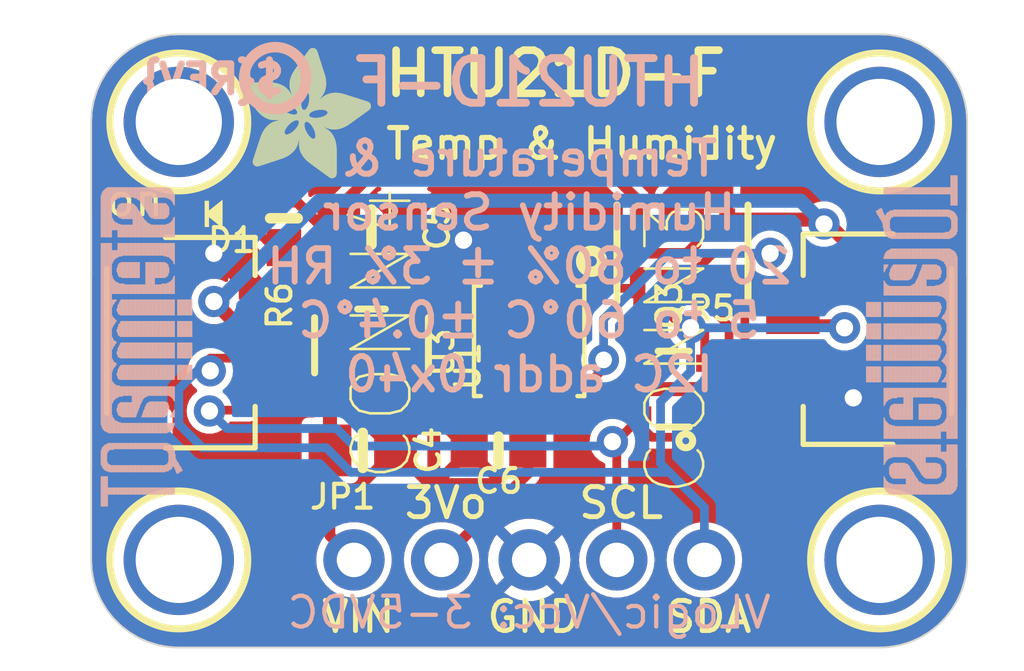
<source format=kicad_pcb>
(kicad_pcb (version 20221018) (generator pcbnew)
  (layers (0 "F.Cu" signal) (31 "B.Cu" signal) (34 "B.Paste" user) (35 "F.Paste" user) (36 "B.SilkS" user "B.Silkscreen") (37 "F.SilkS" user "F.Silkscreen") (38 "B.Mask" user) (39 "F.Mask" user) (44 "Edge.Cuts" user))
  (net 0 "")
  (net 1 "SDA")
  (net 2 "SCL")
  (net 3 "GND")
  (net 4 "SCL_3V")
  (net 5 "SDA_3V")
  (net 6 "3.3V")
  (net 7 "VCC")
  (net 8 "N$1")
  (footprint "working:SOT363" (layer "F.Cu") (at 152.6921 106.4006 90)
    (fp_text reference "Q3" (at 1.651 -0.127 90) (layer "F.SilkS") (effects (font (size 0.692831 0.692831) (thickness 0.119969)) (justify left)))
    (fp_text value "BSS138")
    (pad "1" smd rect (at -0.75 0.9 90) (size 0.5 0.5) (layers "F.Cu" "F.Paste" "F.Mask") (net 4 "SCL_3V"))
    (pad "2" smd rect (at 0 0.9 90) (size 0.4 0.5) (layers "F.Cu" "F.Paste" "F.Mask") (net 6 "3.3V"))
    (pad "3" smd rect (at 0.75 0.9 90) (size 0.5 0.5) (layers "F.Cu" "F.Paste" "F.Mask") (net 1 "SDA"))
    (pad "4" smd rect (at 0.75 -0.9 90) (size 0.5 0.5) (layers "F.Cu" "F.Paste" "F.Mask") (net 5 "SDA_3V"))
    (pad "5" smd rect (at 0 -0.9 90) (size 0.4 0.5) (layers "F.Cu" "F.Paste" "F.Mask") (net 6 "3.3V"))
    (pad "6" smd rect (at -0.75 -0.9 90) (size 0.5 0.5) (layers "F.Cu" "F.Paste" "F.Mask") (net 2 "SCL"))
  )
  (footprint "working:JST_SH4" (layer "F.Cu") (at 158.6611 105.0036 90)
    (fp_text reference "CONN3" (at -4.6 -5.9 90) (layer "F.SilkS") (effects (font (size 1.703222 1.703222) (thickness 0.074778)) (justify left)))
    (fp_text value "STEMMA_I2C_QT" hide)
    (pad "1" smd rect (at -1.5 -2.514 180) (size 1.55 0.6) (layers "F.Cu" "F.Paste" "F.Mask") (net 3 "GND"))
    (pad "2" smd rect (at -0.5 -2.514 180) (size 1.55 0.6) (layers "F.Cu" "F.Paste" "F.Mask") (net 7 "VCC"))
    (pad "3" smd rect (at 0.5 -2.514 180) (size 1.55 0.6) (layers "F.Cu" "F.Paste" "F.Mask") (net 1 "SDA"))
    (pad "4" smd rect (at 1.5 -2.514 180) (size 1.55 0.6) (layers "F.Cu" "F.Paste" "F.Mask") (net 2 "SCL"))
    (pad "MT1" smd rect (at -2.8 1.386 180) (size 1.8 1.2) (layers "F.Cu" "F.Paste" "F.Mask") (net 3 "GND"))
    (pad "MT2" smd rect (at 2.8 1.386 180) (size 1.8 1.2) (layers "F.Cu" "F.Paste" "F.Mask") (net 3 "GND"))
  )
  (footprint "working:FIDUCIAL_1MM" (layer "F.Cu") (at 155.3591 97.3836)
    (fp_text reference "FID4" hide)
    (fp_text value "FIDUCIAL_1MM" hide)
    (pad "1" smd roundrect (at 0 0) (size 1 1) (layers "F.Cu" "F.Mask") (roundrect_rratio 0.5))
  )
  (footprint "working:0805-NO" (layer "F.Cu") (at 143.9291 101.7016)
    (fp_text reference "C5" (at 1.905 -0.762 90) (layer "F.SilkS") (effects (font (size 0.692831 0.692831) (thickness 0.119969)) (justify right)))
    (fp_text value "10uF")
    (pad "1" smd rect (at -0.95 0) (size 1.24 1.5) (layers "F.Cu" "F.Paste" "F.Mask") (net 6 "3.3V"))
    (pad "2" smd rect (at 0.95 0) (size 1.24 1.5) (layers "F.Cu" "F.Paste" "F.Mask") (net 3 "GND"))
  )
  (footprint "working:1X05_ROUND_70" (layer "F.Cu") (at 148.5011 111.3536)
    (fp_text reference "JP1" (at -6.4262 -1.8288) (layer "F.SilkS") (effects (font (size 0.692831 0.692831) (thickness 0.119969)) (justify left)))
    (fp_text value "")
    (pad "1" thru_hole circle (at -5.08 0 90) (size 1.778 1.778) (drill 1) (layers "*.Cu" "*.Mask") (net 7 "VCC"))
    (pad "2" thru_hole circle (at -2.54 0 90) (size 1.778 1.778) (drill 1) (layers "*.Cu" "*.Mask") (net 6 "3.3V"))
    (pad "3" thru_hole circle (at 0 0 90) (size 1.778 1.778) (drill 1) (layers "*.Cu" "*.Mask") (net 3 "GND"))
    (pad "4" thru_hole circle (at 2.54 0 90) (size 1.778 1.778) (drill 1) (layers "*.Cu" "*.Mask") (net 2 "SCL"))
    (pad "5" thru_hole circle (at 5.08 0 90) (size 1.778 1.778) (drill 1) (layers "*.Cu" "*.Mask") (net 1 "SDA"))
  )
  (footprint "working:MOUNTINGHOLE_2.5_PLATED" (layer "F.Cu") (at 158.6611 111.3536)
    (fp_text reference "U$25" hide)
    (fp_text value "MOUNTINGHOLE2.5" hide)
    (pad "P$1" thru_hole circle (at 0 0) (size 3.2 3.2) (drill 2.5) (layers "*.Cu" "*.Mask"))
    (zone (net 0) (net_name "") (layer "F.Cu") (connect_pads (clearance 0)) (min_thickness 0.25)
      (keepout (tracks not_allowed) (vias not_allowed) (pads not_allowed) (copperpour not_allowed) (footprints allowed))
      (fill (thermal_gap 0.5) (thermal_bridge_width 0.5))
      (polygon (pts (xy 160.6771 111.3536) (xy 160.65748 111.073027) (xy 160.599004 110.797915) (xy 160.502808 110.533619) (xy 160.370765 110.285283) (xy 160.205446 110.05774) (xy 160.010067 109.85542) (xy 159.788433 109.68226) (xy 159.544856 109.541631) (xy 159.284078 109.43627) (xy 159.011175 109.368228) (xy 158.731457 109.338828) (xy 158.450371 109.348644) (xy 158.173385 109.397484) (xy 157.905893 109.484397) (xy 157.6531 109.607693) (xy 157.419926 109.76497) (xy 157.210911 109.953169) (xy 157.030122 110.168625) (xy 156.881078 110.407145) (xy 156.76668 110.664087) (xy 156.689154 110.93445) (xy 156.650011 111.212971) (xy 156.650011 111.494229) (xy 156.689154 111.77275) (xy 156.76668 112.043113) (xy 156.881078 112.300055) (xy 157.030122 112.538575) (xy 157.210911 112.754031) (xy 157.419926 112.94223) (xy 157.6531 113.099507) (xy 157.905893 113.222803) (xy 158.173385 113.309716) (xy 158.450371 113.358556) (xy 158.731457 113.368372) (xy 159.011175 113.338972) (xy 159.284078 113.27093) (xy 159.544856 113.165569) (xy 159.788433 113.02494) (xy 160.010067 112.85178) (xy 160.205446 112.64946) (xy 160.370765 112.421917) (xy 160.502808 112.173581) (xy 160.599004 111.909285) (xy 160.65748 111.634173)))
      (polygon (pts (xy 158.6451 111.3536) (xy 158.649786 111.364914) (xy 158.6611 111.3696) (xy 158.672414 111.364914) (xy 158.6771 111.3536) (xy 158.672414 111.342286) (xy 158.6611 111.3376) (xy 158.649786 111.342286)))
    )
    (zone (net 0) (net_name "") (layer "B.Cu") (connect_pads (clearance 0)) (min_thickness 0.25)
      (keepout (tracks not_allowed) (vias not_allowed) (pads not_allowed) (copperpour not_allowed) (footprints allowed))
      (fill (thermal_gap 0.5) (thermal_bridge_width 0.5))
      (polygon (pts (xy 160.6771 111.3536) (xy 160.65748 111.073027) (xy 160.599004 110.797915) (xy 160.502808 110.533619) (xy 160.370765 110.285283) (xy 160.205446 110.05774) (xy 160.010067 109.85542) (xy 159.788433 109.68226) (xy 159.544856 109.541631) (xy 159.284078 109.43627) (xy 159.011175 109.368228) (xy 158.731457 109.338828) (xy 158.450371 109.348644) (xy 158.173385 109.397484) (xy 157.905893 109.484397) (xy 157.6531 109.607693) (xy 157.419926 109.76497) (xy 157.210911 109.953169) (xy 157.030122 110.168625) (xy 156.881078 110.407145) (xy 156.76668 110.664087) (xy 156.689154 110.93445) (xy 156.650011 111.212971) (xy 156.650011 111.494229) (xy 156.689154 111.77275) (xy 156.76668 112.043113) (xy 156.881078 112.300055) (xy 157.030122 112.538575) (xy 157.210911 112.754031) (xy 157.419926 112.94223) (xy 157.6531 113.099507) (xy 157.905893 113.222803) (xy 158.173385 113.309716) (xy 158.450371 113.358556) (xy 158.731457 113.368372) (xy 159.011175 113.338972) (xy 159.284078 113.27093) (xy 159.544856 113.165569) (xy 159.788433 113.02494) (xy 160.010067 112.85178) (xy 160.205446 112.64946) (xy 160.370765 112.421917) (xy 160.502808 112.173581) (xy 160.599004 111.909285) (xy 160.65748 111.634173)))
      (polygon (pts (xy 158.6451 111.3536) (xy 158.649786 111.364914) (xy 158.6611 111.3696) (xy 158.672414 111.364914) (xy 158.6771 111.3536) (xy 158.672414 111.342286) (xy 158.6611 111.3376) (xy 158.649786 111.342286)))
    )
  )
  (footprint "working:FIDUCIAL_1MM" (layer "F.Cu") (at 140.8811 109.3216)
    (fp_text reference "FID3" hide)
    (fp_text value "FIDUCIAL_1MM" hide)
    (pad "1" smd roundrect (at 0 0) (size 1 1) (layers "F.Cu" "F.Mask") (roundrect_rratio 0.5))
  )
  (footprint "working:MOUNTINGHOLE_2.5_PLATED" (layer "F.Cu") (at 138.3411 111.3536)
    (fp_text reference "U$22" hide)
    (fp_text value "MOUNTINGHOLE2.5" hide)
    (pad "P$1" thru_hole circle (at 0 0) (size 3.2 3.2) (drill 2.5) (layers "*.Cu" "*.Mask"))
    (zone (net 0) (net_name "") (layer "F.Cu") (connect_pads (clearance 0)) (min_thickness 0.25)
      (keepout (tracks not_allowed) (vias not_allowed) (pads not_allowed) (copperpour not_allowed) (footprints allowed))
      (fill (thermal_gap 0.5) (thermal_bridge_width 0.5))
      (polygon (pts (xy 140.3571 111.3536) (xy 140.33748 111.073027) (xy 140.279004 110.797915) (xy 140.182808 110.533619) (xy 140.050765 110.285283) (xy 139.885446 110.05774) (xy 139.690067 109.85542) (xy 139.468433 109.68226) (xy 139.224856 109.541631) (xy 138.964078 109.43627) (xy 138.691175 109.368228) (xy 138.411457 109.338828) (xy 138.130371 109.348644) (xy 137.853385 109.397484) (xy 137.585893 109.484397) (xy 137.3331 109.607693) (xy 137.099926 109.76497) (xy 136.890911 109.953169) (xy 136.710122 110.168625) (xy 136.561078 110.407145) (xy 136.44668 110.664087) (xy 136.369154 110.93445) (xy 136.330011 111.212971) (xy 136.330011 111.494229) (xy 136.369154 111.77275) (xy 136.44668 112.043113) (xy 136.561078 112.300055) (xy 136.710122 112.538575) (xy 136.890911 112.754031) (xy 137.099926 112.94223) (xy 137.3331 113.099507) (xy 137.585893 113.222803) (xy 137.853385 113.309716) (xy 138.130371 113.358556) (xy 138.411457 113.368372) (xy 138.691175 113.338972) (xy 138.964078 113.27093) (xy 139.224856 113.165569) (xy 139.468433 113.02494) (xy 139.690067 112.85178) (xy 139.885446 112.64946) (xy 140.050765 112.421917) (xy 140.182808 112.173581) (xy 140.279004 111.909285) (xy 140.33748 111.634173)))
      (polygon (pts (xy 138.3251 111.3536) (xy 138.329786 111.364914) (xy 138.3411 111.3696) (xy 138.352414 111.364914) (xy 138.3571 111.3536) (xy 138.352414 111.342286) (xy 138.3411 111.3376) (xy 138.329786 111.342286)))
    )
    (zone (net 0) (net_name "") (layer "B.Cu") (connect_pads (clearance 0)) (min_thickness 0.25)
      (keepout (tracks not_allowed) (vias not_allowed) (pads not_allowed) (copperpour not_allowed) (footprints allowed))
      (fill (thermal_gap 0.5) (thermal_bridge_width 0.5))
      (polygon (pts (xy 140.3571 111.3536) (xy 140.33748 111.073027) (xy 140.279004 110.797915) (xy 140.182808 110.533619) (xy 140.050765 110.285283) (xy 139.885446 110.05774) (xy 139.690067 109.85542) (xy 139.468433 109.68226) (xy 139.224856 109.541631) (xy 138.964078 109.43627) (xy 138.691175 109.368228) (xy 138.411457 109.338828) (xy 138.130371 109.348644) (xy 137.853385 109.397484) (xy 137.585893 109.484397) (xy 137.3331 109.607693) (xy 137.099926 109.76497) (xy 136.890911 109.953169) (xy 136.710122 110.168625) (xy 136.561078 110.407145) (xy 136.44668 110.664087) (xy 136.369154 110.93445) (xy 136.330011 111.212971) (xy 136.330011 111.494229) (xy 136.369154 111.77275) (xy 136.44668 112.043113) (xy 136.561078 112.300055) (xy 136.710122 112.538575) (xy 136.890911 112.754031) (xy 137.099926 112.94223) (xy 137.3331 113.099507) (xy 137.585893 113.222803) (xy 137.853385 113.309716) (xy 138.130371 113.358556) (xy 138.411457 113.368372) (xy 138.691175 113.338972) (xy 138.964078 113.27093) (xy 139.224856 113.165569) (xy 139.468433 113.02494) (xy 139.690067 112.85178) (xy 139.885446 112.64946) (xy 140.050765 112.421917) (xy 140.182808 112.173581) (xy 140.279004 111.909285) (xy 140.33748 111.634173)))
      (polygon (pts (xy 138.3251 111.3536) (xy 138.329786 111.364914) (xy 138.3411 111.3696) (xy 138.352414 111.364914) (xy 138.3571 111.3536) (xy 138.352414 111.342286) (xy 138.3411 111.3376) (xy 138.329786 111.342286)))
    )
  )
  (footprint "working:0603-NO" (layer "F.Cu") (at 147.6121 108.1786 180)
    (fp_text reference "C6" (at -0.762 -0.889) (layer "F.SilkS") (effects (font (size 0.692831 0.692831) (thickness 0.119969)) (justify right)))
    (fp_text value "0.1uF")
    (pad "1" smd rect (at -0.85 0 180) (size 1.075 1) (layers "F.Cu" "F.Paste" "F.Mask") (net 6 "3.3V"))
    (pad "2" smd rect (at 0.85 0 180) (size 1.075 1) (layers "F.Cu" "F.Paste" "F.Mask") (net 3 "GND"))
  )
  (footprint "working:MOUNTINGHOLE_2.5_PLATED" (layer "F.Cu") (at 138.3411 98.6536)
    (fp_text reference "U$19" hide)
    (fp_text value "MOUNTINGHOLE2.5" hide)
    (pad "P$1" thru_hole circle (at 0 0) (size 3.2 3.2) (drill 2.5) (layers "*.Cu" "*.Mask"))
    (zone (net 0) (net_name "") (layer "F.Cu") (connect_pads (clearance 0)) (min_thickness 0.25)
      (keepout (tracks not_allowed) (vias not_allowed) (pads not_allowed) (copperpour not_allowed) (footprints allowed))
      (fill (thermal_gap 0.5) (thermal_bridge_width 0.5))
      (polygon (pts (xy 140.3571 98.6536) (xy 140.33748 98.373027) (xy 140.279004 98.097915) (xy 140.182808 97.833619) (xy 140.050765 97.585283) (xy 139.885446 97.35774) (xy 139.690067 97.15542) (xy 139.468433 96.98226) (xy 139.224856 96.841631) (xy 138.964078 96.73627) (xy 138.691175 96.668228) (xy 138.411457 96.638828) (xy 138.130371 96.648644) (xy 137.853385 96.697484) (xy 137.585893 96.784397) (xy 137.3331 96.907693) (xy 137.099926 97.06497) (xy 136.890911 97.253169) (xy 136.710122 97.468625) (xy 136.561078 97.707145) (xy 136.44668 97.964087) (xy 136.369154 98.23445) (xy 136.330011 98.512971) (xy 136.330011 98.794229) (xy 136.369154 99.07275) (xy 136.44668 99.343113) (xy 136.561078 99.600055) (xy 136.710122 99.838575) (xy 136.890911 100.054031) (xy 137.099926 100.24223) (xy 137.3331 100.399507) (xy 137.585893 100.522803) (xy 137.853385 100.609716) (xy 138.130371 100.658556) (xy 138.411457 100.668372) (xy 138.691175 100.638972) (xy 138.964078 100.57093) (xy 139.224856 100.465569) (xy 139.468433 100.32494) (xy 139.690067 100.15178) (xy 139.885446 99.94946) (xy 140.050765 99.721917) (xy 140.182808 99.473581) (xy 140.279004 99.209285) (xy 140.33748 98.934173)))
      (polygon (pts (xy 138.3251 98.6536) (xy 138.329786 98.664914) (xy 138.3411 98.6696) (xy 138.352414 98.664914) (xy 138.3571 98.6536) (xy 138.352414 98.642286) (xy 138.3411 98.6376) (xy 138.329786 98.642286)))
    )
    (zone (net 0) (net_name "") (layer "B.Cu") (connect_pads (clearance 0)) (min_thickness 0.25)
      (keepout (tracks not_allowed) (vias not_allowed) (pads not_allowed) (copperpour not_allowed) (footprints allowed))
      (fill (thermal_gap 0.5) (thermal_bridge_width 0.5))
      (polygon (pts (xy 140.3571 98.6536) (xy 140.33748 98.373027) (xy 140.279004 98.097915) (xy 140.182808 97.833619) (xy 140.050765 97.585283) (xy 139.885446 97.35774) (xy 139.690067 97.15542) (xy 139.468433 96.98226) (xy 139.224856 96.841631) (xy 138.964078 96.73627) (xy 138.691175 96.668228) (xy 138.411457 96.638828) (xy 138.130371 96.648644) (xy 137.853385 96.697484) (xy 137.585893 96.784397) (xy 137.3331 96.907693) (xy 137.099926 97.06497) (xy 136.890911 97.253169) (xy 136.710122 97.468625) (xy 136.561078 97.707145) (xy 136.44668 97.964087) (xy 136.369154 98.23445) (xy 136.330011 98.512971) (xy 136.330011 98.794229) (xy 136.369154 99.07275) (xy 136.44668 99.343113) (xy 136.561078 99.600055) (xy 136.710122 99.838575) (xy 136.890911 100.054031) (xy 137.099926 100.24223) (xy 137.3331 100.399507) (xy 137.585893 100.522803) (xy 137.853385 100.609716) (xy 138.130371 100.658556) (xy 138.411457 100.668372) (xy 138.691175 100.638972) (xy 138.964078 100.57093) (xy 139.224856 100.465569) (xy 139.468433 100.32494) (xy 139.690067 100.15178) (xy 139.885446 99.94946) (xy 140.050765 99.721917) (xy 140.182808 99.473581) (xy 140.279004 99.209285) (xy 140.33748 98.934173)))
      (polygon (pts (xy 138.3251 98.6536) (xy 138.329786 98.664914) (xy 138.3411 98.6696) (xy 138.352414 98.664914) (xy 138.3571 98.6536) (xy 138.352414 98.642286) (xy 138.3411 98.6376) (xy 138.329786 98.642286)))
    )
  )
  (footprint "working:HTU21DF" (layer "F.Cu") (at 148.5011 105.0036 90)
    (fp_text reference "U1" (at -1.506 -1.778 90) (layer "F.SilkS") (effects (font (size 0.692831 0.692831) (thickness 0.119969)) (justify left)))
    (fp_text value "HTU21D-F")
    (pad "1" smd rect (at -1.5 -1 180) (size 0.4 0.8) (layers "F.Cu" "F.Paste" "F.Mask"))
    (pad "2" smd rect (at -1.5 0 180) (size 0.4 0.8) (layers "F.Cu" "F.Paste" "F.Mask") (net 6 "3.3V"))
    (pad "3" smd rect (at -1.5 1 180) (size 0.4 0.8) (layers "F.Cu" "F.Paste" "F.Mask") (net 4 "SCL_3V"))
    (pad "4" smd rect (at 1.5 1) (size 0.4 0.8) (layers "F.Cu" "F.Paste" "F.Mask") (net 5 "SDA_3V"))
    (pad "5" smd rect (at 1.5 0) (size 0.4 0.8) (layers "F.Cu" "F.Paste" "F.Mask") (net 3 "GND"))
    (pad "6" smd rect (at 1.5 -1) (size 0.4 0.8) (layers "F.Cu" "F.Paste" "F.Mask"))
    (pad "PAD" smd rect (at 0 0 90) (size 1.6 2.5) (layers "F.Cu" "F.Paste" "F.Mask"))
  )
  (footprint "working:SOT23-5" (layer "F.Cu") (at 143.9291 105.1306)
    (fp_text reference "U3" (at 2.032 -0.562 90) (layer "F.SilkS") (effects (font (size 0.692831 0.692831) (thickness 0.119969)) (justify right)))
    (fp_text value "AP2112K-3.3")
    (pad "1" smd rect (at -0.95 1.3001) (size 0.55 1.2) (layers "F.Cu" "F.Paste" "F.Mask") (net 7 "VCC"))
    (pad "2" smd rect (at 0 1.3001) (size 0.55 1.2) (layers "F.Cu" "F.Paste" "F.Mask") (net 3 "GND"))
    (pad "3" smd rect (at 0.95 1.3001) (size 0.55 1.2) (layers "F.Cu" "F.Paste" "F.Mask") (net 7 "VCC"))
    (pad "4" smd rect (at 0.95 -1.3001) (size 0.55 1.2) (layers "F.Cu" "F.Paste" "F.Mask"))
    (pad "5" smd rect (at -0.95 -1.3001) (size 0.55 1.2) (layers "F.Cu" "F.Paste" "F.Mask") (net 6 "3.3V"))
  )
  (footprint "working:CHIPLED_0603_NOOUTLINE" (layer "F.Cu") (at 139.3571 101.3206 90)
    (fp_text reference "D1" (at -0.762 1.27) (layer "F.SilkS") (effects (font (size 0.692831 0.692831) (thickness 0.119969)) (justify right)))
    (fp_text value "GREEN")
    (pad "A" smd rect (at 0 0.75 90) (size 0.8 0.8) (layers "F.Cu" "F.Paste" "F.Mask") (net 8 "N$1"))
    (pad "C" smd rect (at 0 -0.75 90) (size 0.8 0.8) (layers "F.Cu" "F.Paste" "F.Mask") (net 3 "GND"))
  )
  (footprint "working:0805-NO" (layer "F.Cu") (at 143.6751 108.1786)
    (fp_text reference "C4" (at 1.905 -0.762 90) (layer "F.SilkS") (effects (font (size 0.692831 0.692831) (thickness 0.119969)) (justify right)))
    (fp_text value "10uF")
    (pad "1" smd rect (at -0.95 0) (size 1.24 1.5) (layers "F.Cu" "F.Paste" "F.Mask") (net 7 "VCC"))
    (pad "2" smd rect (at 0.95 0) (size 1.24 1.5) (layers "F.Cu" "F.Paste" "F.Mask") (net 3 "GND"))
  )
  (footprint "working:ADAFRUIT_3.5MM" (layer "F.Cu") (at 140.1191 100.3046)
    (fp_text reference "U$28" hide)
    (fp_text value "" hide)
  )
  (footprint "working:MOUNTINGHOLE_2.5_PLATED" (layer "F.Cu") (at 158.6611 98.6536)
    (fp_text reference "U$20" hide)
    (fp_text value "MOUNTINGHOLE2.5" hide)
    (pad "P$1" thru_hole circle (at 0 0) (size 3.2 3.2) (drill 2.5) (layers "*.Cu" "*.Mask"))
    (zone (net 0) (net_name "") (layer "F.Cu") (connect_pads (clearance 0)) (min_thickness 0.25)
      (keepout (tracks not_allowed) (vias not_allowed) (pads not_allowed) (copperpour not_allowed) (footprints allowed))
      (fill (thermal_gap 0.5) (thermal_bridge_width 0.5))
      (polygon (pts (xy 160.6771 98.6536) (xy 160.65748 98.373027) (xy 160.599004 98.097915) (xy 160.502808 97.833619) (xy 160.370765 97.585283) (xy 160.205446 97.35774) (xy 160.010067 97.15542) (xy 159.788433 96.98226) (xy 159.544856 96.841631) (xy 159.284078 96.73627) (xy 159.011175 96.668228) (xy 158.731457 96.638828) (xy 158.450371 96.648644) (xy 158.173385 96.697484) (xy 157.905893 96.784397) (xy 157.6531 96.907693) (xy 157.419926 97.06497) (xy 157.210911 97.253169) (xy 157.030122 97.468625) (xy 156.881078 97.707145) (xy 156.76668 97.964087) (xy 156.689154 98.23445) (xy 156.650011 98.512971) (xy 156.650011 98.794229) (xy 156.689154 99.07275) (xy 156.76668 99.343113) (xy 156.881078 99.600055) (xy 157.030122 99.838575) (xy 157.210911 100.054031) (xy 157.419926 100.24223) (xy 157.6531 100.399507) (xy 157.905893 100.522803) (xy 158.173385 100.609716) (xy 158.450371 100.658556) (xy 158.731457 100.668372) (xy 159.011175 100.638972) (xy 159.284078 100.57093) (xy 159.544856 100.465569) (xy 159.788433 100.32494) (xy 160.010067 100.15178) (xy 160.205446 99.94946) (xy 160.370765 99.721917) (xy 160.502808 99.473581) (xy 160.599004 99.209285) (xy 160.65748 98.934173)))
      (polygon (pts (xy 158.6451 98.6536) (xy 158.649786 98.664914) (xy 158.6611 98.6696) (xy 158.672414 98.664914) (xy 158.6771 98.6536) (xy 158.672414 98.642286) (xy 158.6611 98.6376) (xy 158.649786 98.642286)))
    )
    (zone (net 0) (net_name "") (layer "B.Cu") (connect_pads (clearance 0)) (min_thickness 0.25)
      (keepout (tracks not_allowed) (vias not_allowed) (pads not_allowed) (copperpour not_allowed) (footprints allowed))
      (fill (thermal_gap 0.5) (thermal_bridge_width 0.5))
      (polygon (pts (xy 160.6771 98.6536) (xy 160.65748 98.373027) (xy 160.599004 98.097915) (xy 160.502808 97.833619) (xy 160.370765 97.585283) (xy 160.205446 97.35774) (xy 160.010067 97.15542) (xy 159.788433 96.98226) (xy 159.544856 96.841631) (xy 159.284078 96.73627) (xy 159.011175 96.668228) (xy 158.731457 96.638828) (xy 158.450371 96.648644) (xy 158.173385 96.697484) (xy 157.905893 96.784397) (xy 157.6531 96.907693) (xy 157.419926 97.06497) (xy 157.210911 97.253169) (xy 157.030122 97.468625) (xy 156.881078 97.707145) (xy 156.76668 97.964087) (xy 156.689154 98.23445) (xy 156.650011 98.512971) (xy 156.650011 98.794229) (xy 156.689154 99.07275) (xy 156.76668 99.343113) (xy 156.881078 99.600055) (xy 157.030122 99.838575) (xy 157.210911 100.054031) (xy 157.419926 100.24223) (xy 157.6531 100.399507) (xy 157.905893 100.522803) (xy 158.173385 100.609716) (xy 158.450371 100.658556) (xy 158.731457 100.668372) (xy 159.011175 100.638972) (xy 159.284078 100.57093) (xy 159.544856 100.465569) (xy 159.788433 100.32494) (xy 160.010067 100.15178) (xy 160.205446 99.94946) (xy 160.370765 99.721917) (xy 160.502808 99.473581) (xy 160.599004 99.209285) (xy 160.65748 98.934173)))
      (polygon (pts (xy 158.6451 98.6536) (xy 158.649786 98.664914) (xy 158.6611 98.6696) (xy 158.672414 98.664914) (xy 158.6771 98.6536) (xy 158.672414 98.642286) (xy 158.6611 98.6376) (xy 158.649786 98.642286)))
    )
  )
  (footprint "working:RESPACK_4X0603" (layer "F.Cu") (at 152.9461 102.4636 180)
    (fp_text reference "R5" (at -1.6 -1.6) (layer "F.SilkS") (effects (font (size 0.692831 0.692831) (thickness 0.119969)) (justify right)))
    (fp_text value "10K")
    (pad "1" smd rect (at -1.3 0.85 180) (size 0.45 0.9) (layers "F.Cu" "F.Paste" "F.Mask") (net 7 "VCC"))
    (pad "2" smd rect (at -0.4 0.85 180) (size 0.45 0.9) (layers "F.Cu" "F.Paste" "F.Mask") (net 6 "3.3V"))
    (pad "3" smd rect (at 0.4 0.85 180) (size 0.45 0.9) (layers "F.Cu" "F.Paste" "F.Mask") (net 7 "VCC"))
    (pad "4" smd rect (at 1.3 0.85 180) (size 0.45 0.9) (layers "F.Cu" "F.Paste" "F.Mask") (net 6 "3.3V"))
    (pad "5" smd rect (at 1.3 -0.85 180) (size 0.45 0.9) (layers "F.Cu" "F.Paste" "F.Mask") (net 5 "SDA_3V"))
    (pad "6" smd rect (at 0.4 -0.85 180) (size 0.45 0.9) (layers "F.Cu" "F.Paste" "F.Mask") (net 1 "SDA"))
    (pad "7" smd rect (at -0.4 -0.85 180) (size 0.45 0.9) (layers "F.Cu" "F.Paste" "F.Mask") (net 4 "SCL_3V"))
    (pad "8" smd rect (at -1.3 -0.85 180) (size 0.45 0.9) (layers "F.Cu" "F.Paste" "F.Mask") (net 2 "SCL"))
  )
  (footprint "working:JST_SH4" (layer "F.Cu") (at 138.3411 105.0036 -90)
    (fp_text reference "CONN4" (at -4.6 -5.9 90) (layer "F.SilkS") (effects (font (size 1.703222 1.703222) (thickness 0.074778)) (justify right)))
    (fp_text value "STEMMA_I2C_QT" hide)
    (pad "1" smd rect (at -1.5 -2.514) (size 1.55 0.6) (layers "F.Cu" "F.Paste" "F.Mask") (net 3 "GND"))
    (pad "2" smd rect (at -0.5 -2.514) (size 1.55 0.6) (layers "F.Cu" "F.Paste" "F.Mask") (net 7 "VCC"))
    (pad "3" smd rect (at 0.5 -2.514) (size 1.55 0.6) (layers "F.Cu" "F.Paste" "F.Mask") (net 1 "SDA"))
    (pad "4" smd rect (at 1.5 -2.514) (size 1.55 0.6) (layers "F.Cu" "F.Paste" "F.Mask") (net 2 "SCL"))
    (pad "MT1" smd rect (at -2.8 1.386) (size 1.8 1.2) (layers "F.Cu" "F.Paste" "F.Mask") (net 3 "GND"))
    (pad "MT2" smd rect (at 2.8 1.386) (size 1.8 1.2) (layers "F.Cu" "F.Paste" "F.Mask") (net 3 "GND"))
  )
  (footprint "working:0603-NO" (layer "F.Cu") (at 141.3891 101.4476 -90)
    (fp_text reference "R6" (at 1.778 0.127 90) (layer "F.SilkS") (effects (font (size 0.692831 0.692831) (thickness 0.119969)) (justify right)))
    (fp_text value "10K")
    (pad "1" smd rect (at -0.85 0 270) (size 1.075 1) (layers "F.Cu" "F.Paste" "F.Mask") (net 6 "3.3V"))
    (pad "2" smd rect (at 0.85 0 270) (size 1.075 1) (layers "F.Cu" "F.Paste" "F.Mask") (net 8 "N$1"))
  )
  (footprint "working:STEMMAQT" (layer "B.Cu") (at 158.2801 109.4486 90)
    (fp_text reference "U$30" hide)
    (fp_text value "" hide)
  )
  (footprint "working:PCBFEAT-REV-040" (layer "B.Cu") (at 141.1351 97.3836 180)
    (fp_text reference "U$29" hide)
    (fp_text value "" hide)
    (fp_text user "${REV}" (at -0.3556 -0.508) (layer "B.SilkS") (effects (font (size 0.8128 0.8128) (thickness 0.2032)) (justify left bottom mirror)))
  )
  (footprint "working:STEMMAQT" (layer "B.Cu") (at 138.7221 100.5586 -90)
    (fp_text reference "U$31" hide)
    (fp_text value "" hide)
  )
  (gr_line (start 161.2011 111.3536) (end 161.2011 98.6536) (stroke (width 0.05)) (layer "Edge.Cuts"))
  (gr_line (start 135.8011 98.6536) (end 135.8011 111.3536) (stroke (width 0.05)) (layer "Edge.Cuts"))
  (gr_arc (start 161.2011 111.3536) (mid 160.457151 113.149651) (end 158.6611 113.8936) (stroke (width 0.05)) (layer "Edge.Cuts"))
  (gr_arc (start 135.8011 98.6536) (mid 136.545049 96.857549) (end 138.3411 96.1136) (stroke (width 0.05)) (layer "Edge.Cuts"))
  (gr_line (start 138.3411 113.8936) (end 158.6611 113.8936) (stroke (width 0.05)) (layer "Edge.Cuts"))
  (gr_line (start 158.6611 96.1136) (end 138.3411 96.1136) (stroke (width 0.05)) (layer "Edge.Cuts"))
  (gr_arc (start 158.6611 96.1136) (mid 160.457151 96.857549) (end 161.2011 98.6536) (stroke (width 0.05)) (layer "Edge.Cuts"))
  (gr_arc (start 138.3411 113.8936) (mid 136.545049 113.149651) (end 135.8011 111.3536) (stroke (width 0.05)) (layer "Edge.Cuts"))
  (gr_text "HTU21D-F" (at 148.5011 97.5106) (layer "B.SilkS") (effects (font (size 1.2954 1.2954) (thickness 0.2286)) (justify mirror)))
  (gr_text "VLogic/Vcc: 3-5VDC" (at 148.5011 112.8776) (layer "B.SilkS") (effects (font (size 0.89408 0.89408) (thickness 0.12192)) (justify mirror)))
  (gr_text "Temperature &\nHumidity Sensor\n20 to 80% ± 3% RH\n5 to 60°C ±0.4°C\nI2C addr 0x40" (at 148.5011 102.8446) (layer "B.SilkS") (effects (font (size 0.97155 0.97155) (thickness 0.17145)) (justify mirror)))
  (gr_text "SDA" (at 153.7081 113.0046) (layer "F.SilkS") (effects (font (size 0.87376 0.87376) (thickness 0.14224))))
  (gr_text "3Vo" (at 146.0881 109.7026) (layer "F.SilkS") (effects (font (size 0.87376 0.87376) (thickness 0.14224))))
  (gr_text "GND" (at 148.6281 113.0046) (layer "F.SilkS") (effects (font (size 0.87376 0.87376) (thickness 0.14224))))
  (gr_text "on" (at 136.1821 101.4476) (layer "F.SilkS") (effects (font (size 0.89408 0.89408) (thickness 0.12192)) (justify left bottom)))
  (gr_text "VIN" (at 143.5481 113.0046) (layer "F.SilkS") (effects (font (size 0.87376 0.87376) (thickness 0.14224))))
  (gr_text "Temp & Humidity" (at 150.0251 99.2886) (layer "F.SilkS") (effects (font (size 0.8636 0.8636) (thickness 0.1524))))
  (gr_text "HTU21D-F" (at 149.2631 97.2566) (layer "F.SilkS") (effects (font (size 1.25222 1.25222) (thickness 0.22098))))
  (gr_text "SCL" (at 151.1681 109.7026) (layer "F.SilkS") (effects (font (size 0.87376 0.87376) (thickness 0.14224))))
  (segment (start 152.5461 103.3136) (end 152.5461 104.2026) (width 0.254) (layer "F.Cu") (net 1))
  (segment (start 139.252706 105.5036) (end 139.252706 105.869994) (width 0.254) (layer "F.Cu") (net 1))
  (segment (start 153.5921 104.7616) (end 153.1811 104.7616) (width 0.254) (layer "F.Cu") (net 1))
  (segment (start 152.9661 104.6226) (end 152.5461 104.2026) (width 0.254) (layer "F.Cu") (net 1))
  (segment (start 140.8551 105.5036) (end 139.252706 105.5036) (width 0.254) (layer "F.Cu") (net 1))
  (segment (start 157.5261 104.5036) (end 157.6451 104.6226) (width 0.254) (layer "F.Cu") (net 1))
  (segment (start 153.5921 104.7616) (end 153.5921 105.6506) (width 0.254) (layer "F.Cu") (net 1))
  (segment (start 153.1811 104.6226) (end 153.1811 104.7616) (width 0.254) (layer "F.Cu") (net 1))
  (segment (start 152.9661 104.6226) (end 153.1811 104.6226) (width 0.254) (layer "F.Cu") (net 1))
  (segment (start 156.1471 104.5036) (end 157.5261 104.5036) (width 0.254) (layer "F.Cu") (net 1))
  (via (at 139.252706 105.869994) (size 0.9064) (drill 0.5) (layers "F.Cu" "B.Cu") (net 1))
  (via (at 157.6451 104.6226) (size 0.9064) (drill 0.5) (layers "F.Cu" "B.Cu") (net 1))
  (via (at 153.1811 104.6226) (size 0.9064) (drill 0.5) (layers "F.Cu" "B.Cu") (net 1))
  (segment (start 139.0269 108.1024) (end 142.618 108.1024) (width 0.254) (layer "B.Cu") (net 1))
  (segment (start 152.3111 106.7626) (end 152.3111 108.5596) (width 0.254) (layer "B.Cu") (net 1))
  (segment (start 138.3411 107.4166) (end 139.0269 108.1024) (width 0.254) (layer "B.Cu") (net 1))
  (segment (start 152.5651 108.8136) (end 153.5811 109.8296) (width 0.254) (layer "B.Cu") (net 1))
  (segment (start 153.1811 105.8926) (end 152.3111 106.7626) (width 0.254) (layer "B.Cu") (net 1))
  (segment (start 142.618 108.1024) (end 143.3292 108.8136) (width 0.254) (layer "B.Cu") (net 1))
  (segment (start 153.1811 104.6226) (end 153.1811 105.8926) (width 0.254) (layer "B.Cu") (net 1))
  (segment (start 152.3111 108.5596) (end 152.5651 108.8136) (width 0.254) (layer "B.Cu") (net 1))
  (segment (start 143.3292 108.8136) (end 152.5651 108.8136) (width 0.254) (layer "B.Cu") (net 1))
  (segment (start 157.6451 104.6226) (end 153.1811 104.6226) (width 0.254) (layer "B.Cu") (net 1))
  (segment (start 153.5811 109.8296) (end 153.5811 111.3536) (width 0.254) (layer "B.Cu") (net 1))
  (segment (start 138.3411 106.4006) (end 138.3411 107.4166) (width 0.254) (layer "B.Cu") (net 1))
  (segment (start 139.252706 105.869994) (end 139.062206 105.679494) (width 0.254) (layer "B.Cu") (net 1))
  (segment (start 139.062206 105.679494) (end 138.3411 106.4006) (width 0.254) (layer "B.Cu") (net 1))
  (segment (start 154.0891 107.7976) (end 152.0571 107.7976) (width 0.254) (layer "F.Cu") (net 2))
  (segment (start 154.7541 103.8216) (end 154.7541 107.1326) (width 0.254) (layer "F.Cu") (net 2))
  (segment (start 151.7916 107.5321) (end 151.7916 107.1511) (width 0.254) (layer "F.Cu") (net 2))
  (segment (start 154.4361 103.5036) (end 154.2461 103.3136) (width 0.254) (layer "F.Cu") (net 2))
  (segment (start 140.3471 107.0116) (end 139.2541 107.0116) (width 0.254) (layer "F.Cu") (net 2))
  (segment (start 139.2541 107.0116) (end 139.2301 107.0356) (width 0.254) (layer "F.Cu") (net 2))
  (segment (start 154.2461 103.3136) (end 154.7541 103.8216) (width 0.254) (layer "F.Cu") (net 2))
  (segment (start 151.7921 107.1506) (end 151.0181 107.9246) (width 0.254) (layer "F.Cu") (net 2))
  (segment (start 151.0181 107.9246) (end 150.9141 107.9246) (width 0.254) (layer "F.Cu") (net 2))
  (segment (start 151.0411 108.0516) (end 151.0411 111.3536) (width 0.254) (layer "F.Cu") (net 2))
  (segment (start 140.8551 106.5036) (end 140.3471 107.0116) (width 0.254) (layer "F.Cu") (net 2))
  (segment (start 150.9141 107.9246) (end 151.0411 108.0516) (width 0.254) (layer "F.Cu") (net 2))
  (segment (start 154.7541 107.1326) (end 154.0891 107.7976) (width 0.254) (layer "F.Cu") (net 2))
  (segment (start 151.7921 107.1506) (end 151.7916 107.1511) (width 0.254) (layer "F.Cu") (net 2))
  (segment (start 152.0571 107.7976) (end 151.7916 107.5321) (width 0.254) (layer "F.Cu") (net 2))
  (segment (start 156.1471 103.5036) (end 154.4361 103.5036) (width 0.254) (layer "F.Cu") (net 2))
  (via (at 139.2301 107.0356) (size 0.9064) (drill 0.5) (layers "F.Cu" "B.Cu") (net 2))
  (via (at 150.9141 107.9246) (size 0.9064) (drill 0.5) (layers "F.Cu" "B.Cu") (net 2))
  (segment (start 143.4211 108.0516) (end 142.9131 107.5436) (width 0.254) (layer "B.Cu") (net 2))
  (segment (start 150.7871 108.0516) (end 143.4211 108.0516) (width 0.254) (layer "B.Cu") (net 2))
  (segment (start 139.2301 107.0356) (end 139.7381 107.5436) (width 0.254) (layer "B.Cu") (net 2))
  (segment (start 150.7871 108.0516) (end 150.9141 107.9246) (width 0.254) (layer "B.Cu") (net 2))
  (segment (start 142.9131 107.5436) (end 139.7381 107.5436) (width 0.254) (layer "B.Cu") (net 2))
  (segment (start 143.9291 106.4307) (end 143.9291 107.4826) (width 0.4064) (layer "F.Cu") (net 3))
  (segment (start 140.3971 103.5036) (end 139.3571 102.4636) (width 0.4064) (layer "F.Cu") (net 3))
  (segment (start 140.8551 103.5036) (end 140.3971 103.5036) (width 0.4064) (layer "F.Cu") (net 3))
  (segment (start 144.6251 108.1786) (end 143.9291 107.4826) (width 0.4064) (layer "F.Cu") (net 3))
  (via (at 146.5961 102.0826) (size 0.9064) (drill 0.5) (layers "F.Cu" "B.Cu") (net 3))
  (via (at 139.3571 102.4636) (size 0.9064) (drill 0.5) (layers "F.Cu" "B.Cu") (net 3))
  (via (at 157.8991 106.6546) (size 0.9064) (drill 0.5) (layers "F.Cu" "B.Cu") (net 3))
  (segment (start 154.2969 106.7816) (end 153.9279 107.1506) (width 0.254) (layer "F.Cu") (net 4))
  (segment (start 153.5921 107.1506) (end 153.9279 107.1506) (width 0.254) (layer "F.Cu") (net 4))
  (segment (start 153.3461 103.3136) (end 153.3461 102.9526) (width 0.254) (layer "F.Cu") (net 4))
  (segment (start 153.3461 102.9526) (end 153.8351 102.4636) (width 0.254) (layer "F.Cu") (net 4))
  (segment (start 153.3461 103.6256) (end 154.2969 104.5764) (width 0.254) (layer "F.Cu") (net 4))
  (segment (start 149.9591 106.5036) (end 149.5011 106.5036) (width 0.254) (layer "F.Cu") (net 4))
  (segment (start 150.6601 105.5537) (end 150.6601 105.8026) (width 0.254) (layer "F.Cu") (net 4))
  (segment (start 150.6601 105.8026) (end 149.9591 106.5036) (width 0.254) (layer "F.Cu") (net 4))
  (segment (start 154.2969 104.5764) (end 154.2969 106.7816) (width 0.254) (layer "F.Cu") (net 4))
  (segment (start 153.3461 103.3136) (end 153.3461 103.6256) (width 0.254) (layer "F.Cu") (net 4))
  (segment (start 153.8351 102.4636) (end 155.4861 102.4636) (width 0.254) (layer "F.Cu") (net 4))
  (via (at 155.4861 102.4636) (size 0.9064) (drill 0.5) (layers "F.Cu" "B.Cu") (net 4))
  (via (at 150.6601 105.5537) (size 0.889) (drill 0.4826) (layers "F.Cu" "B.Cu") (net 4))
  (segment (start 150.6601 105.5537) (end 150.6601 104.3686) (width 0.254) (layer "B.Cu") (net 4))
  (segment (start 150.6601 104.3686) (end 152.5651 102.4636) (width 0.254) (layer "B.Cu") (net 4))
  (segment (start 152.5651 102.4636) (end 155.4861 102.4636) (width 0.254) (layer "B.Cu") (net 4))
  (segment (start 151.7921 105.6506) (end 151.7921 104.6346) (width 0.254) (layer "F.Cu") (net 5))
  (segment (start 149.5011 103.5036) (end 149.5251 103.4796) (width 0.254) (layer "F.Cu") (net 5))
  (segment (start 151.7921 104.6346) (end 151.6461 104.4886) (width 0.254) (layer "F.Cu") (net 5))
  (segment (start 151.6461 103.4796) (end 151.6461 103.3136) (width 0.254) (layer "F.Cu") (net 5))
  (segment (start 149.5251 103.4796) (end 151.6461 103.4796) (width 0.254) (layer "F.Cu") (net 5))
  (segment (start 151.6461 104.4886) (end 151.6461 103.4796) (width 0.254) (layer "F.Cu") (net 5))
  (segment (start 151.6461 101.6136) (end 151.6461 100.9096) (width 0.3048) (layer "F.Cu") (net 6))
  (segment (start 153.3461 102.1906) (end 153.0731 102.4636) (width 0.3048) (layer "F.Cu") (net 6))
  (segment (start 143.5481 104.8766) (end 145.9611 104.8766) (width 0.3048) (layer "F.Cu") (net 6))
  (segment (start 148.5011 108.1396) (end 148.4621 108.1786) (width 0.3048) (layer "F.Cu") (net 6))
  (segment (start 151.6461 102.1796) (end 151.6461 101.6136) (width 0.3048) (layer "F.Cu") (net 6))
  (segment (start 142.7861 101.7016) (end 142.9791 101.7016) (width 0.3048) (layer "F.Cu") (net 6))
  (segment (start 145.9611 111.3536) (end 148.4621 108.8526) (width 0.3048) (layer "F.Cu") (net 6))
  (segment (start 148.5011 107.2896) (end 150.2791 107.2896) (width 0.3048) (layer "F.Cu") (net 6))
  (segment (start 148.5011 106.5036) (end 148.5011 107.2896) (width 0.254) (layer "F.Cu") (net 6))
  (segment (start 142.9791 104.3076) (end 143.5481 104.8766) (width 0.3048) (layer "F.Cu") (net 6))
  (segment (start 151.1681 106.4006) (end 151.7921 106.4006) (width 0.3048) (layer "F.Cu") (net 6))
  (segment (start 142.4931 101.7016) (end 142.7861 101.7016) (width 0.3048) (layer "F.Cu") (net 6))
  (segment (start 143.9291 100.1776) (end 142.7861 101.3206) (width 0.3048) (layer "F.Cu") (net 6))
  (segment (start 151.6461 100.9096) (end 150.9141 100.1776) (width 0.3048) (layer "F.Cu") (net 6))
  (segment (start 142.9791 103.8305) (end 142.9791 104.3076) (width 0.3048) (layer "F.Cu") (net 6))
  (segment (start 151.9301 102.4636) (end 151.6461 102.1796) (width 0.3048) (layer "F.Cu") (net 6))
  (segment (start 150.9141 100.1776) (end 143.9291 100.1776) (width 0.3048) (layer "F.Cu") (net 6))
  (segment (start 146.7231 106.9086) (end 147.1041 107.2896) (width 0.3048) (layer "F.Cu") (net 6))
  (segment (start 141.3891 100.5976) (end 142.4931 101.7016) (width 0.3048) (layer "F.Cu") (net 6))
  (segment (start 142.7861 101.3206) (end 142.7861 101.7016) (width 0.3048) (layer "F.Cu") (net 6))
  (segment (start 151.7921 106.4006) (end 153.5921 106.4006) (width 0.4064) (layer "F.Cu") (net 6))
  (segment (start 153.3461 101.6136) (end 153.3461 102.1906) (width 0.3048) (layer "F.Cu") (net 6))
  (segment (start 150.2791 107.2896) (end 151.1681 106.4006) (width 0.3048) (layer "F.Cu") (net 6))
  (segment (start 148.4621 108.8526) (end 148.4621 108.1786) (width 0.3048) (layer "F.Cu") (net 6))
  (segment (start 147.1041 107.2896) (end 148.5011 107.2896) (width 0.3048) (layer "F.Cu") (net 6))
  (segment (start 146.7231 105.6386) (end 146.7231 106.9086) (width 0.3048) (layer "F.Cu") (net 6))
  (segment (start 142.9791 101.7016) (end 142.9791 103.8305) (width 0.3048) (layer "F.Cu") (net 6))
  (segment (start 153.0731 102.4636) (end 151.9301 102.4636) (width 0.3048) (layer "F.Cu") (net 6))
  (segment (start 148.5011 108.1396) (end 148.5011 107.2896) (width 0.3048) (layer "F.Cu") (net 6))
  (segment (start 145.9611 104.8766) (end 146.7231 105.6386) (width 0.3048) (layer "F.Cu") (net 6))
  (segment (start 152.5461 101.6136) (end 152.5461 100.8316) (width 0.4064) (layer "F.Cu") (net 7))
  (segment (start 142.7251 106.6847) (end 142.7251 108.1786) (width 0.4064) (layer "F.Cu") (net 7))
  (segment (start 140.0001 104.5036) (end 139.3571 103.8606) (width 0.4064) (layer "F.Cu") (net 7))
  (segment (start 156.1471 105.5036) (end 158.2881 105.5036) (width 0.4064) (layer "F.Cu") (net 7))
  (segment (start 154.2461 101.6136) (end 154.3731 101.4866) (width 0.4064) (layer "F.Cu") (net 7))
  (segment (start 158.9151 103.3526) (end 157.1761 101.6136) (width 0.4064) (layer "F.Cu") (net 7))
  (segment (start 156.9221 101.4866) (end 154.3731 101.4866) (width 0.4064) (layer "F.Cu") (net 7))
  (segment (start 157.1761 101.6136) (end 157.0491 101.6136) (width 0.4064) (layer "F.Cu") (net 7))
  (segment (start 144.6251 105.4456) (end 142.9791 105.4456) (width 0.3048) (layer "F.Cu") (net 7))
  (segment (start 158.2881 105.5036) (end 158.9151 104.8766) (width 0.4064) (layer "F.Cu") (net 7))
  (segment (start 142.9791 105.4456) (end 142.9791 106.4307) (width 0.4064) (layer "F.Cu") (net 7))
  (segment (start 152.8191 100.5586) (end 154.2161 100.5586) (width 0.4064) (layer "F.Cu") (net 7))
  (segment (start 142.0371 104.5036) (end 142.9791 105.4456) (width 0.4064) (layer "F.Cu") (net 7))
  (segment (start 142.9791 106.4307) (end 142.7251 106.6847) (width 0.4064) (layer "F.Cu") (net 7))
  (segment (start 152.5461 100.8316) (end 152.8191 100.5586) (width 0.4064) (layer "F.Cu") (net 7))
  (segment (start 154.2161 100.5586) (end 154.2161 101.5836) (width 0.4064) (layer "F.Cu") (net 7))
  (segment (start 142.7251 110.6576) (end 143.4211 111.3536) (width 0.3048) (layer "F.Cu") (net 7))
  (segment (start 140.8551 104.5036) (end 140.0001 104.5036) (width 0.4064) (layer "F.Cu") (net 7))
  (segment (start 144.8791 105.6996) (end 144.6251 105.4456) (width 0.3048) (layer "F.Cu") (net 7))
  (segment (start 142.7251 108.1786) (end 142.7251 110.6576) (width 0.3048) (layer "F.Cu") (net 7))
  (segment (start 154.2161 101.5836) (end 154.2461 101.6136) (width 0.4064) (layer "F.Cu") (net 7))
  (segment (start 157.0491 101.6136) (end 156.9221 101.4866) (width 0.4064) (layer "F.Cu") (net 7))
  (segment (start 144.8791 106.4307) (end 144.8791 105.6996) (width 0.3048) (layer "F.Cu") (net 7))
  (segment (start 140.8551 104.5036) (end 142.0371 104.5036) (width 0.4064) (layer "F.Cu") (net 7))
  (segment (start 158.9151 104.8766) (end 158.9151 103.3526) (width 0.4064) (layer "F.Cu") (net 7))
  (via (at 157.0491 101.6136) (size 0.9064) (drill 0.5) (layers "F.Cu" "B.Cu") (net 7))
  (via (at 139.3571 103.8606) (size 0.9064) (drill 0.5) (layers "F.Cu" "B.Cu") (net 7))
  (segment (start 139.4841 103.8606) (end 139.3571 103.8606) (width 0.4064) (layer "B.Cu") (net 7))
  (segment (start 156.3751 100.9396) (end 142.4051 100.9396) (width 0.4064) (layer "B.Cu") (net 7))
  (segment (start 157.0491 101.6136) (end 156.3751 100.9396) (width 0.4064) (layer "B.Cu") (net 7))
  (segment (start 142.4051 100.9396) (end 139.4841 103.8606) (width 0.4064) (layer "B.Cu") (net 7))
  (segment (start 141.0841 102.2976) (end 141.3891 102.2976) (width 0.254) (layer "F.Cu") (net 8))
  (segment (start 140.1071 101.3206) (end 141.0841 102.2976) (width 0.254) (layer "F.Cu") (net 8))
  (zone (net 3) (net_name "GND") (layer "F.Cu") (priority 6) (connect_pads (clearance 0.000001)) (min_thickness 0.127) (fill yes (thermal_gap 0.304) (thermal_bridge_width 0.304))
    (polygon (pts (xy 161.3281 114.0206) (xy 135.6741 114.0206) (xy 135.6741 95.9866) (xy 161.3281 95.9866)))
  )
  (zone (net 3) (net_name "GND") (layer "B.Cu") (priority 6) (connect_pads (clearance 0.000001)) (min_thickness 0.127) (fill yes (thermal_gap 0.304) (thermal_bridge_width 0.304))
    (polygon (pts (xy 161.3281 114.0206) (xy 135.6741 114.0206) (xy 135.6741 95.9866) (xy 161.3281 95.9866)))
  )
)
</source>
